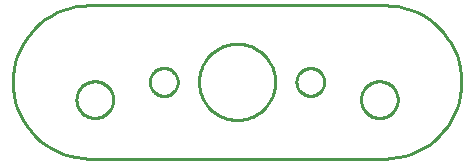
<source format=gbr>
G04 EAGLE Gerber RS-274X export*
G75*
%MOMM*%
%FSLAX34Y34*%
%LPD*%
%IN*%
%IPPOS*%
%AMOC8*
5,1,8,0,0,1.08239X$1,22.5*%
G01*
%ADD10C,0.254000*%


D10*
X-189901Y-100D02*
X-189645Y-5756D01*
X-188898Y-11369D01*
X-187664Y-16894D01*
X-185953Y-22292D01*
X-183778Y-27519D01*
X-181156Y-32537D01*
X-178107Y-37308D01*
X-174653Y-41795D01*
X-170821Y-45963D01*
X-166641Y-49782D01*
X-162144Y-53222D01*
X-157364Y-56257D01*
X-152338Y-58863D01*
X-147104Y-61022D01*
X-141701Y-62716D01*
X-136172Y-63933D01*
X-130557Y-64664D01*
X-125003Y-64902D01*
X-125003Y-64902D01*
X-125003Y-64901D01*
X-125003Y-64901D01*
X-125003Y-64901D01*
X-125003Y-64901D01*
X-125003Y-64901D01*
X-125002Y-64900D01*
X-125002Y-64900D01*
X-125002Y-64900D01*
X-125002Y-64900D01*
X-125002Y-64900D01*
X-125002Y-64899D01*
X-125001Y-64899D01*
X-125001Y-64899D01*
X-125001Y-64899D01*
X-125001Y-64899D01*
X-125000Y-64899D01*
X-125000Y-64899D01*
X-124999Y-64899D01*
X-124999Y-64899D01*
X-124999Y-64899D01*
X-124999Y-64899D01*
X-124999Y-64899D01*
X-124998Y-64900D01*
X-124998Y-64900D01*
X-124998Y-64900D01*
X-124998Y-64900D01*
X-124998Y-64900D01*
X-124997Y-64901D01*
X-124997Y-64901D01*
X-124997Y-64901D01*
X-124997Y-64901D01*
X-124997Y-64901D01*
X-124997Y-64902D01*
X-124997Y-64902D01*
X124997Y-64901D01*
X124997Y-64901D01*
X124997Y-64900D01*
X124997Y-64900D01*
X124997Y-64900D01*
X124997Y-64900D01*
X124997Y-64900D01*
X124998Y-64899D01*
X124998Y-64899D01*
X124998Y-64899D01*
X124998Y-64899D01*
X124998Y-64899D01*
X124999Y-64898D01*
X124999Y-64898D01*
X124999Y-64898D01*
X124999Y-64898D01*
X124999Y-64898D01*
X125000Y-64898D01*
X125000Y-64898D01*
X125001Y-64898D01*
X125001Y-64898D01*
X125001Y-64898D01*
X125001Y-64898D01*
X125002Y-64898D01*
X125002Y-64899D01*
X125002Y-64899D01*
X125002Y-64899D01*
X125002Y-64899D01*
X125002Y-64899D01*
X125003Y-64900D01*
X125003Y-64900D01*
X125003Y-64900D01*
X125003Y-64900D01*
X125003Y-64900D01*
X125003Y-64901D01*
X125003Y-64901D01*
X130660Y-64654D01*
X136273Y-63914D01*
X141801Y-62688D01*
X147200Y-60985D01*
X152431Y-58818D01*
X157453Y-56204D01*
X162228Y-53161D01*
X166720Y-49714D01*
X170894Y-45889D01*
X174719Y-41714D01*
X178165Y-37222D01*
X181207Y-32446D01*
X183821Y-27424D01*
X185987Y-22193D01*
X187690Y-16793D01*
X188915Y-11265D01*
X189653Y-5652D01*
X189900Y-1D01*
X189900Y199D01*
X189636Y5855D01*
X188879Y11466D01*
X187637Y16990D01*
X185918Y22384D01*
X183735Y27609D01*
X181105Y32623D01*
X178049Y37389D01*
X174588Y41870D01*
X170750Y46033D01*
X166564Y49845D01*
X162062Y53278D01*
X157277Y56305D01*
X152247Y58904D01*
X147009Y61055D01*
X141604Y62741D01*
X136073Y63949D01*
X130457Y64671D01*
X125003Y64901D01*
X125003Y64901D01*
X125003Y64900D01*
X125003Y64900D01*
X125003Y64900D01*
X125003Y64900D01*
X125003Y64900D01*
X125002Y64899D01*
X125002Y64899D01*
X125002Y64899D01*
X125002Y64899D01*
X125002Y64899D01*
X125002Y64898D01*
X125001Y64898D01*
X125001Y64898D01*
X125001Y64898D01*
X125001Y64898D01*
X125000Y64898D01*
X125000Y64898D01*
X124999Y64898D01*
X124999Y64898D01*
X124999Y64898D01*
X124999Y64898D01*
X124999Y64898D01*
X124998Y64899D01*
X124998Y64899D01*
X124998Y64899D01*
X124998Y64899D01*
X124998Y64899D01*
X124997Y64900D01*
X124997Y64900D01*
X124997Y64900D01*
X124997Y64900D01*
X124997Y64900D01*
X124997Y64901D01*
X124997Y64901D01*
X-124997Y64901D01*
X-124997Y64901D01*
X-124997Y64900D01*
X-124997Y64900D01*
X-124997Y64900D01*
X-124997Y64900D01*
X-124997Y64900D01*
X-124998Y64899D01*
X-124998Y64899D01*
X-124998Y64899D01*
X-124998Y64899D01*
X-124998Y64899D01*
X-124999Y64898D01*
X-124999Y64898D01*
X-124999Y64898D01*
X-124999Y64898D01*
X-124999Y64898D01*
X-125000Y64898D01*
X-125000Y64898D01*
X-125001Y64898D01*
X-125001Y64898D01*
X-125001Y64898D01*
X-125001Y64898D01*
X-125002Y64898D01*
X-125002Y64899D01*
X-125002Y64899D01*
X-125002Y64899D01*
X-125002Y64899D01*
X-125002Y64899D01*
X-125003Y64900D01*
X-125003Y64900D01*
X-125003Y64900D01*
X-125003Y64900D01*
X-125003Y64900D01*
X-125003Y64901D01*
X-125003Y64901D01*
X-130659Y64654D01*
X-136273Y63915D01*
X-141801Y62689D01*
X-147200Y60986D01*
X-152431Y58819D01*
X-157453Y56204D01*
X-162228Y53162D01*
X-166720Y49715D01*
X-170894Y45890D01*
X-174719Y41715D01*
X-178166Y37223D01*
X-181207Y32448D01*
X-183822Y27426D01*
X-185988Y22195D01*
X-187690Y16795D01*
X-188916Y11267D01*
X-189654Y5654D01*
X-189901Y100D01*
X-189901Y-100D01*
X136000Y-15554D02*
X135921Y-16658D01*
X135763Y-17754D01*
X135528Y-18836D01*
X135216Y-19898D01*
X134829Y-20935D01*
X134369Y-21943D01*
X133839Y-22914D01*
X133240Y-23846D01*
X132577Y-24732D01*
X131852Y-25569D01*
X131069Y-26352D01*
X130232Y-27077D01*
X129346Y-27740D01*
X128414Y-28339D01*
X127443Y-28869D01*
X126435Y-29329D01*
X125398Y-29716D01*
X124336Y-30028D01*
X123254Y-30263D01*
X122158Y-30421D01*
X121054Y-30500D01*
X119946Y-30500D01*
X118842Y-30421D01*
X117746Y-30263D01*
X116664Y-30028D01*
X115602Y-29716D01*
X114565Y-29329D01*
X113558Y-28869D01*
X112586Y-28339D01*
X111654Y-27740D01*
X110768Y-27077D01*
X109931Y-26352D01*
X109148Y-25569D01*
X108423Y-24732D01*
X107760Y-23846D01*
X107161Y-22914D01*
X106631Y-21943D01*
X106171Y-20935D01*
X105784Y-19898D01*
X105472Y-18836D01*
X105237Y-17754D01*
X105079Y-16658D01*
X105000Y-15554D01*
X105000Y-14446D01*
X105079Y-13342D01*
X105237Y-12246D01*
X105472Y-11164D01*
X105784Y-10102D01*
X106171Y-9065D01*
X106631Y-8058D01*
X107161Y-7086D01*
X107760Y-6154D01*
X108423Y-5268D01*
X109148Y-4431D01*
X109931Y-3648D01*
X110768Y-2923D01*
X111654Y-2260D01*
X112586Y-1661D01*
X113558Y-1131D01*
X114565Y-671D01*
X115602Y-284D01*
X116664Y28D01*
X117746Y263D01*
X118842Y421D01*
X119946Y500D01*
X121054Y500D01*
X122158Y421D01*
X123254Y263D01*
X124336Y28D01*
X125398Y-284D01*
X126435Y-671D01*
X127443Y-1131D01*
X128414Y-1661D01*
X129346Y-2260D01*
X130232Y-2923D01*
X131069Y-3648D01*
X131852Y-4431D01*
X132577Y-5268D01*
X133240Y-6154D01*
X133839Y-7086D01*
X134369Y-8058D01*
X134829Y-9065D01*
X135216Y-10102D01*
X135528Y-11164D01*
X135763Y-12246D01*
X135921Y-13342D01*
X136000Y-14446D01*
X136000Y-15554D01*
X-105000Y-15554D02*
X-105079Y-16658D01*
X-105237Y-17754D01*
X-105472Y-18836D01*
X-105784Y-19898D01*
X-106171Y-20935D01*
X-106631Y-21943D01*
X-107161Y-22914D01*
X-107760Y-23846D01*
X-108423Y-24732D01*
X-109148Y-25569D01*
X-109931Y-26352D01*
X-110768Y-27077D01*
X-111654Y-27740D01*
X-112586Y-28339D01*
X-113558Y-28869D01*
X-114565Y-29329D01*
X-115602Y-29716D01*
X-116664Y-30028D01*
X-117746Y-30263D01*
X-118842Y-30421D01*
X-119946Y-30500D01*
X-121054Y-30500D01*
X-122158Y-30421D01*
X-123254Y-30263D01*
X-124336Y-30028D01*
X-125398Y-29716D01*
X-126435Y-29329D01*
X-127443Y-28869D01*
X-128414Y-28339D01*
X-129346Y-27740D01*
X-130232Y-27077D01*
X-131069Y-26352D01*
X-131852Y-25569D01*
X-132577Y-24732D01*
X-133240Y-23846D01*
X-133839Y-22914D01*
X-134369Y-21943D01*
X-134829Y-20935D01*
X-135216Y-19898D01*
X-135528Y-18836D01*
X-135763Y-17754D01*
X-135921Y-16658D01*
X-136000Y-15554D01*
X-136000Y-14446D01*
X-135921Y-13342D01*
X-135763Y-12246D01*
X-135528Y-11164D01*
X-135216Y-10102D01*
X-134829Y-9065D01*
X-134369Y-8058D01*
X-133839Y-7086D01*
X-133240Y-6154D01*
X-132577Y-5268D01*
X-131852Y-4431D01*
X-131069Y-3648D01*
X-130232Y-2923D01*
X-129346Y-2260D01*
X-128414Y-1661D01*
X-127443Y-1131D01*
X-126435Y-671D01*
X-125398Y-284D01*
X-124336Y28D01*
X-123254Y263D01*
X-122158Y421D01*
X-121054Y500D01*
X-119946Y500D01*
X-118842Y421D01*
X-117746Y263D01*
X-116664Y28D01*
X-115602Y-284D01*
X-114565Y-671D01*
X-113558Y-1131D01*
X-112586Y-1661D01*
X-111654Y-2260D01*
X-110768Y-2923D01*
X-109931Y-3648D01*
X-109148Y-4431D01*
X-108423Y-5268D01*
X-107760Y-6154D01*
X-107161Y-7086D01*
X-106631Y-8058D01*
X-106171Y-9065D01*
X-105784Y-10102D01*
X-105472Y-11164D01*
X-105237Y-12246D01*
X-105079Y-13342D01*
X-105000Y-14446D01*
X-105000Y-15554D01*
X32250Y-792D02*
X32172Y-2373D01*
X32017Y-3949D01*
X31785Y-5515D01*
X31476Y-7068D01*
X31091Y-8604D01*
X30632Y-10119D01*
X30098Y-11610D01*
X29492Y-13073D01*
X28815Y-14504D01*
X28069Y-15901D01*
X27255Y-17259D01*
X26375Y-18575D01*
X25432Y-19847D01*
X24427Y-21071D01*
X23364Y-22244D01*
X22244Y-23364D01*
X21071Y-24427D01*
X19847Y-25432D01*
X18575Y-26375D01*
X17259Y-27255D01*
X15901Y-28069D01*
X14504Y-28815D01*
X13073Y-29492D01*
X11610Y-30098D01*
X10119Y-30632D01*
X8604Y-31091D01*
X7068Y-31476D01*
X5515Y-31785D01*
X3949Y-32017D01*
X2373Y-32172D01*
X792Y-32250D01*
X-792Y-32250D01*
X-2373Y-32172D01*
X-3949Y-32017D01*
X-5515Y-31785D01*
X-7068Y-31476D01*
X-8604Y-31091D01*
X-10119Y-30632D01*
X-11610Y-30098D01*
X-13073Y-29492D01*
X-14504Y-28815D01*
X-15901Y-28069D01*
X-17259Y-27255D01*
X-18575Y-26375D01*
X-19847Y-25432D01*
X-21071Y-24427D01*
X-22244Y-23364D01*
X-23364Y-22244D01*
X-24427Y-21071D01*
X-25432Y-19847D01*
X-26375Y-18575D01*
X-27255Y-17259D01*
X-28069Y-15901D01*
X-28815Y-14504D01*
X-29492Y-13073D01*
X-30098Y-11610D01*
X-30632Y-10119D01*
X-31091Y-8604D01*
X-31476Y-7068D01*
X-31785Y-5515D01*
X-32017Y-3949D01*
X-32172Y-2373D01*
X-32250Y-792D01*
X-32250Y792D01*
X-32172Y2373D01*
X-32017Y3949D01*
X-31785Y5515D01*
X-31476Y7068D01*
X-31091Y8604D01*
X-30632Y10119D01*
X-30098Y11610D01*
X-29492Y13073D01*
X-28815Y14504D01*
X-28069Y15901D01*
X-27255Y17259D01*
X-26375Y18575D01*
X-25432Y19847D01*
X-24427Y21071D01*
X-23364Y22244D01*
X-22244Y23364D01*
X-21071Y24427D01*
X-19847Y25432D01*
X-18575Y26375D01*
X-17259Y27255D01*
X-15901Y28069D01*
X-14504Y28815D01*
X-13073Y29492D01*
X-11610Y30098D01*
X-10119Y30632D01*
X-8604Y31091D01*
X-7068Y31476D01*
X-5515Y31785D01*
X-3949Y32017D01*
X-2373Y32172D01*
X-792Y32250D01*
X792Y32250D01*
X2373Y32172D01*
X3949Y32017D01*
X5515Y31785D01*
X7068Y31476D01*
X8604Y31091D01*
X10119Y30632D01*
X11610Y30098D01*
X13073Y29492D01*
X14504Y28815D01*
X15901Y28069D01*
X17259Y27255D01*
X18575Y26375D01*
X19847Y25432D01*
X21071Y24427D01*
X22244Y23364D01*
X23364Y22244D01*
X24427Y21071D01*
X25432Y19847D01*
X26375Y18575D01*
X27255Y17259D01*
X28069Y15901D01*
X28815Y14504D01*
X29492Y13073D01*
X30098Y11610D01*
X30632Y10119D01*
X31091Y8604D01*
X31476Y7068D01*
X31785Y5515D01*
X32017Y3949D01*
X32172Y2373D01*
X32250Y792D01*
X32250Y-792D01*
X73750Y-462D02*
X73678Y-1382D01*
X73533Y-2294D01*
X73318Y-3192D01*
X73032Y-4070D01*
X72679Y-4923D01*
X72260Y-5746D01*
X71777Y-6533D01*
X71235Y-7280D01*
X70635Y-7982D01*
X69982Y-8635D01*
X69280Y-9235D01*
X68533Y-9777D01*
X67746Y-10260D01*
X66923Y-10679D01*
X66070Y-11032D01*
X65192Y-11318D01*
X64294Y-11533D01*
X63382Y-11678D01*
X62462Y-11750D01*
X61538Y-11750D01*
X60618Y-11678D01*
X59706Y-11533D01*
X58808Y-11318D01*
X57930Y-11032D01*
X57077Y-10679D01*
X56254Y-10260D01*
X55467Y-9777D01*
X54720Y-9235D01*
X54018Y-8635D01*
X53365Y-7982D01*
X52765Y-7280D01*
X52223Y-6533D01*
X51740Y-5746D01*
X51321Y-4923D01*
X50968Y-4070D01*
X50682Y-3192D01*
X50467Y-2294D01*
X50322Y-1382D01*
X50250Y-462D01*
X50250Y462D01*
X50322Y1382D01*
X50467Y2294D01*
X50682Y3192D01*
X50968Y4070D01*
X51321Y4923D01*
X51740Y5746D01*
X52223Y6533D01*
X52765Y7280D01*
X53365Y7982D01*
X54018Y8635D01*
X54720Y9235D01*
X55467Y9777D01*
X56254Y10260D01*
X57077Y10679D01*
X57930Y11032D01*
X58808Y11318D01*
X59706Y11533D01*
X60618Y11678D01*
X61538Y11750D01*
X62462Y11750D01*
X63382Y11678D01*
X64294Y11533D01*
X65192Y11318D01*
X66070Y11032D01*
X66923Y10679D01*
X67746Y10260D01*
X68533Y9777D01*
X69280Y9235D01*
X69982Y8635D01*
X70635Y7982D01*
X71235Y7280D01*
X71777Y6533D01*
X72260Y5746D01*
X72679Y4923D01*
X73032Y4070D01*
X73318Y3192D01*
X73533Y2294D01*
X73678Y1382D01*
X73750Y462D01*
X73750Y-462D01*
X-50250Y-462D02*
X-50322Y-1382D01*
X-50467Y-2294D01*
X-50682Y-3192D01*
X-50968Y-4070D01*
X-51321Y-4923D01*
X-51740Y-5746D01*
X-52223Y-6533D01*
X-52765Y-7280D01*
X-53365Y-7982D01*
X-54018Y-8635D01*
X-54720Y-9235D01*
X-55467Y-9777D01*
X-56254Y-10260D01*
X-57077Y-10679D01*
X-57930Y-11032D01*
X-58808Y-11318D01*
X-59706Y-11533D01*
X-60618Y-11678D01*
X-61538Y-11750D01*
X-62462Y-11750D01*
X-63382Y-11678D01*
X-64294Y-11533D01*
X-65192Y-11318D01*
X-66070Y-11032D01*
X-66923Y-10679D01*
X-67746Y-10260D01*
X-68533Y-9777D01*
X-69280Y-9235D01*
X-69982Y-8635D01*
X-70635Y-7982D01*
X-71235Y-7280D01*
X-71777Y-6533D01*
X-72260Y-5746D01*
X-72679Y-4923D01*
X-73032Y-4070D01*
X-73318Y-3192D01*
X-73533Y-2294D01*
X-73678Y-1382D01*
X-73750Y-462D01*
X-73750Y462D01*
X-73678Y1382D01*
X-73533Y2294D01*
X-73318Y3192D01*
X-73032Y4070D01*
X-72679Y4923D01*
X-72260Y5746D01*
X-71777Y6533D01*
X-71235Y7280D01*
X-70635Y7982D01*
X-69982Y8635D01*
X-69280Y9235D01*
X-68533Y9777D01*
X-67746Y10260D01*
X-66923Y10679D01*
X-66070Y11032D01*
X-65192Y11318D01*
X-64294Y11533D01*
X-63382Y11678D01*
X-62462Y11750D01*
X-61538Y11750D01*
X-60618Y11678D01*
X-59706Y11533D01*
X-58808Y11318D01*
X-57930Y11032D01*
X-57077Y10679D01*
X-56254Y10260D01*
X-55467Y9777D01*
X-54720Y9235D01*
X-54018Y8635D01*
X-53365Y7982D01*
X-52765Y7280D01*
X-52223Y6533D01*
X-51740Y5746D01*
X-51321Y4923D01*
X-50968Y4070D01*
X-50682Y3192D01*
X-50467Y2294D01*
X-50322Y1382D01*
X-50250Y462D01*
X-50250Y-462D01*
M02*

</source>
